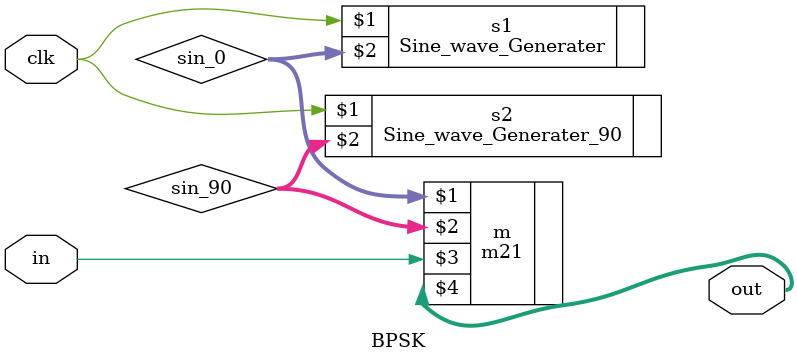
<source format=v>
module BPSK(in, clk, out);
	input in;
	input clk;
	output wire [7:0] out;
	wire [7: 0] sin_0, sin_90;
	Sine_wave_Generater s1(clk, sin_0);
	Sine_wave_Generater_90 s2(clk, sin_90);
	m21 m(sin_0, sin_90, in, out);
endmodule

</source>
